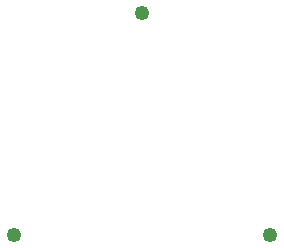
<source format=gbs>
G04 #@! TF.GenerationSoftware,KiCad,Pcbnew,(5.1.7)-1*
G04 #@! TF.CreationDate,2022-06-07T01:17:25+02:00*
G04 #@! TF.ProjectId,Kondensator-Adapter-25mm-Spacer,4b6f6e64-656e-4736-9174-6f722d416461,rev?*
G04 #@! TF.SameCoordinates,Original*
G04 #@! TF.FileFunction,Soldermask,Bot*
G04 #@! TF.FilePolarity,Negative*
%FSLAX46Y46*%
G04 Gerber Fmt 4.6, Leading zero omitted, Abs format (unit mm)*
G04 Created by KiCad (PCBNEW (5.1.7)-1) date 2022-06-07 01:17:25*
%MOMM*%
%LPD*%
G01*
G04 APERTURE LIST*
%ADD10C,1.250000*%
G04 APERTURE END LIST*
D10*
X185825318Y-46250000D03*
X175000000Y-27500000D03*
X164174682Y-46250000D03*
M02*

</source>
